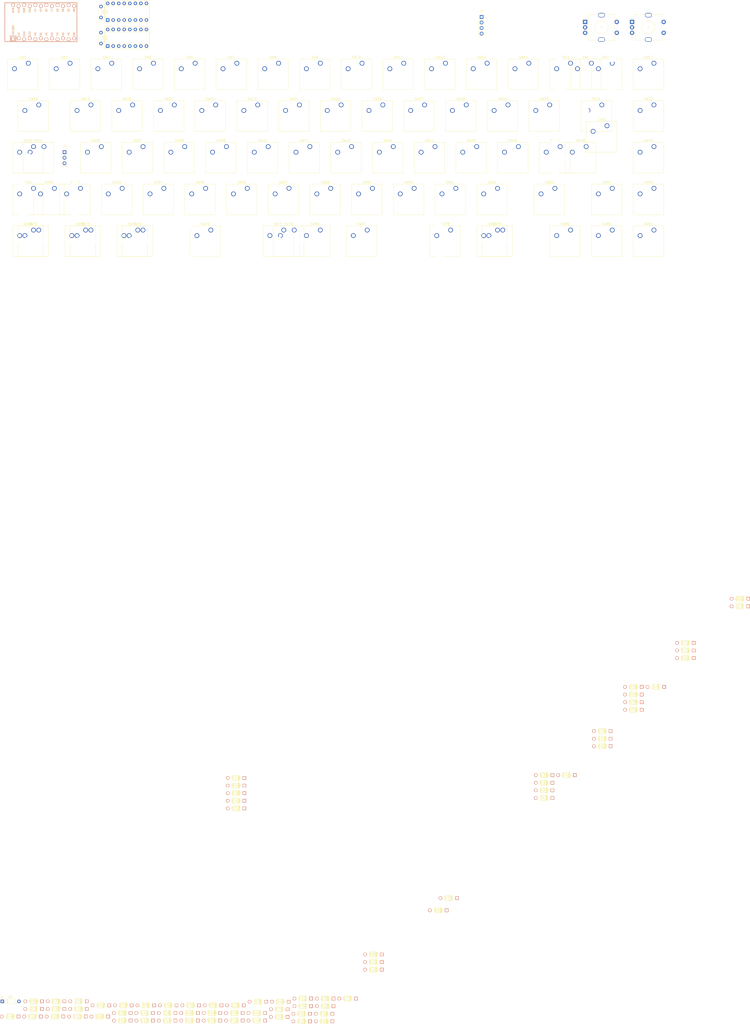
<source format=kicad_pcb>
(kicad_pcb (version 20211014) (generator pcbnew)
  (layers (0 "F.Cu" signal) (31 "B.Cu" signal) (34 "B.Paste" user) (35 "F.Paste" user) (36 "B.SilkS" user "B.Silkscreen") (37 "F.SilkS" user "F.Silkscreen") (38 "B.Mask" user) (39 "F.Mask" user) (44 "Edge.Cuts" user))
  (net 0 "")
  (net 1 "VCC")
  (net 2 "GND")
  (net 3 "row0")
  (net 4 "Net-(D1-Pad2)")
  (net 5 "Net-(D2-Pad2)")
  (net 6 "Net-(D3-Pad2)")
  (net 7 "Net-(D4-Pad2)")
  (net 8 "Net-(D5-Pad2)")
  (net 9 "Net-(D6-Pad2)")
  (net 10 "Net-(D7-Pad2)")
  (net 11 "Net-(D8-Pad2)")
  (net 12 "Net-(D9-Pad2)")
  (net 13 "Net-(D10-Pad2)")
  (net 14 "Net-(D11-Pad2)")
  (net 15 "Net-(D12-Pad2)")
  (net 16 "Net-(D13-Pad1)")
  (net 17 "Net-(D13-Pad2)")
  (net 18 "Net-(D14-Pad2)")
  (net 19 "Net-(D15-Pad2)")
  (net 20 "Net-(D16-Pad2)")
  (net 21 "row1")
  (net 22 "Net-(D17-Pad2)")
  (net 23 "Net-(D18-Pad2)")
  (net 24 "Net-(D19-Pad2)")
  (net 25 "Net-(D20-Pad2)")
  (net 26 "Net-(D21-Pad2)")
  (net 27 "Net-(D22-Pad2)")
  (net 28 "Net-(D23-Pad2)")
  (net 29 "Net-(D24-Pad2)")
  (net 30 "Net-(D25-Pad2)")
  (net 31 "Net-(D26-Pad2)")
  (net 32 "Net-(D27-Pad2)")
  (net 33 "Net-(D28-Pad2)")
  (net 34 "Net-(D29-Pad2)")
  (net 35 "Net-(D30-Pad2)")
  (net 36 "Net-(D31-Pad2)")
  (net 37 "RotA")
  (net 38 "row2")
  (net 39 "Net-(D33-Pad2)")
  (net 40 "Net-(D34-Pad2)")
  (net 41 "Net-(D35-Pad2)")
  (net 42 "Net-(D36-Pad2)")
  (net 43 "Net-(D37-Pad2)")
  (net 44 "Net-(D38-Pad2)")
  (net 45 "Net-(D39-Pad2)")
  (net 46 "Net-(D40-Pad2)")
  (net 47 "Net-(D41-Pad2)")
  (net 48 "Net-(D42-Pad2)")
  (net 49 "Net-(D43-Pad2)")
  (net 50 "Net-(D44-Pad2)")
  (net 51 "Net-(D45-Pad2)")
  (net 52 "Net-(D46-Pad2)")
  (net 53 "Net-(D47-Pad2)")
  (net 54 "RotC")
  (net 55 "row3")
  (net 56 "Net-(D49-Pad2)")
  (net 57 "Net-(D50-Pad2)")
  (net 58 "Net-(D51-Pad2)")
  (net 59 "Net-(D52-Pad2)")
  (net 60 "Net-(D53-Pad2)")
  (net 61 "Net-(D54-Pad2)")
  (net 62 "Net-(D55-Pad2)")
  (net 63 "Net-(D56-Pad2)")
  (net 64 "Net-(D57-Pad2)")
  (net 65 "Net-(D58-Pad2)")
  (net 66 "Net-(D59-Pad2)")
  (net 67 "Net-(D60-Pad2)")
  (net 68 "Net-(D61-Pad2)")
  (net 69 "Net-(D62-Pad2)")
  (net 70 "Net-(D63-Pad2)")
  (net 71 "row4")
  (net 72 "Net-(D64-Pad2)")
  (net 73 "Net-(D65-Pad2)")
  (net 74 "Net-(D66-Pad2)")
  (net 75 "Net-(D67-Pad2)")
  (net 76 "Net-(D68-Pad2)")
  (net 77 "Net-(D69-Pad2)")
  (net 78 "Net-(D70-Pad2)")
  (net 79 "Net-(D71-Pad2)")
  (net 80 "Net-(D72-Pad2)")
  (net 81 "Net-(D73-Pad2)")
  (net 82 "Net-(D74-Pad2)")
  (net 83 "SCL")
  (net 84 "SDA")
  (net 85 "LED")
  (net 86 "col14")
  (net 87 "col0")
  (net 88 "col1")
  (net 89 "col2")
  (net 90 "col3")
  (net 91 "col4")
  (net 92 "col5")
  (net 93 "col6")
  (net 94 "col7")
  (net 95 "col8")
  (net 96 "col9")
  (net 97 "col10")
  (net 98 "col11")
  (net 99 "col12")
  (net 100 "col13")
  (net 101 "RotB")
  (net 102 "encA")
  (net 103 "encB")
  (net 104 "encC")
  (net 105 "encD")
  (net 108 "mux3")
  (net 109 "mux2")
  (net 110 "mux1")
  (net 111 "mux0")
  (footprint "Button_Switch_Keyboard:SW_Cherry_MX_1.00u_PCB" (layer "F.Cu") (at 274.715 66.545)
    (fp_text reference "SW13")
    (fp_text value "KEYSW")
  )
  (footprint "Button_Switch_Keyboard:SW_Cherry_MX_1.00u_PCB" (layer "F.Cu") (at 332.015 142.945)
    (fp_text reference "SW82")
    (fp_text value "KEYSW")
  )
  (footprint "Capacitor_THT:C_Disc_D4.7mm_W2.5mm_P5.00mm" (layer "F.Cu") (at 97.8875 52.525 -90)
    (fp_text reference "C2")
    (fp_text value "0.1uF")
  )
  (footprint "Button_Switch_Keyboard:SW_Cherry_MX_1.00u_PCB" (layer "F.Cu") (at 150.4125 85.645)
    (fp_text reference "SW22")
    (fp_text value "KEYSW")
  )
  (footprint "Button_Switch_Keyboard:SW_Cherry_MX_2.00u_PCB" (layer "F.Cu") (at 322.465 66.545)
    (fp_text reference "SW1")
    (fp_text value "KEYSW")
  )
  (footprint "Button_Switch_Keyboard:SW_Cherry_MX_1.00u_PCB" (layer "F.Cu") (at 193.54 104.745)
    (fp_text reference "SW41")
    (fp_text value "KEYSW")
  )
  (footprint "Button_Switch_Keyboard:SW_Cherry_MX_1.00u_PCB" (layer "F.Cu") (at 112.365 85.645)
    (fp_text reference "SW20")
    (fp_text value "KEYSW")
  )
  (footprint "Button_Switch_Keyboard:SW_Cherry_MX_1.75u_PCB" (layer "F.Cu") (at 305.7525 123.845)
    (fp_text reference "SW63")
    (fp_text value "KEYSW")
  )
  (footprint "Keebio-Parts:Diode" (layer "F.Cu") (at 87.0855 503.0846)
    (fp_text reference "D13")
    (fp_text value "D_Small" hide)
  )
  (footprint "Button_Switch_Keyboard:SW_Cherry_MX_1.00u_PCB" (layer "F.Cu") (at 312.915 66.545)
    (fp_text reference "SW15")
    (fp_text value "KEYSW")
  )
  (footprint "Package_DIP:DIP-16_W7.62mm_Socket" (layer "F.Cu") (at 100.925 58.7125 90)
    (fp_text reference "U3")
    (fp_text value "74HC138")
  )
  (footprint "Button_Switch_Keyboard:SW_Cherry_MX_1.00u_PCB" (layer "F.Cu") (at 351.115 104.745)
    (fp_text reference "SW49")
    (fp_text value "KEYSW")
  )
  (footprint "Connector_PinSocket_2.54mm:PinSocket_1x04_P2.54mm_Vertical" (layer "F.Cu") (at 272.175 45.3625)
    (fp_text reference "J1")
    (fp_text value "Conn_01x04")
  )
  (footprint "Keebio-Parts:Diode" (layer "F.Cu") (at 107.6255 501.4546)
    (fp_text reference "D32")
    (fp_text value "D_Small" hide)
  )
  (footprint "Keebio-Parts:Diode" (layer "F.Cu") (at 222.6355 481.6046)
    (fp_text reference "D26")
    (fp_text value "D_Small" hide)
  )
  (footprint "Keebio-Parts:Diode" (layer "F.Cu") (at 200.5555 498.3246)
    (fp_text reference "D25")
    (fp_text value "D_Small" hide)
  )
  (footprint "Button_Switch_Keyboard:SW_Cherry_MX_1.00u_PCB" (layer "F.Cu") (at 107.59 123.845)
    (fp_text reference "SW53")
    (fp_text value "KEYSW")
  )
  (footprint "Keebio-Parts:Diode" (layer "F.Cu") (at 300.8155 392.5646)
    (fp_text reference "D38")
    (fp_text value "D_Small" hide)
  )
  (footprint "Keebio-Parts:Diode" (layer "F.Cu") (at 159.7255 404.2846)
    (fp_text reference "D43")
    (fp_text value "D_Small" hide)
  )
  (footprint "Button_Switch_Keyboard:SW_Cherry_MX_1.00u_PCB" (layer "F.Cu") (at 289.04 104.745)
    (fp_text reference "SW46")
    (fp_text value "KEYSW")
  )
  (footprint "Package_DIP:DIP-16_W7.62mm_Socket" (layer "F.Cu") (at 100.925 46.775 90)
    (fp_text reference "U2")
    (fp_text value "74HC138")
  )
  (footprint "Keebio-Parts:Diode" (layer "F.Cu") (at 341.6955 359.1246)
    (fp_text reference "D33")
    (fp_text value "D_Small" hide)
  )
  (footprint "Keebio-Parts:Diode" (layer "F.Cu") (at 327.4355 375.8446)
    (fp_text reference "D16")
    (fp_text value "D_Small" hide)
  )
  (footprint "Button_Switch_Keyboard:SW_Cherry_MX_1.00u_PCB" (layer "F.Cu") (at 164.89 123.845)
    (fp_text reference "SW56")
    (fp_text value "KEYSW")
  )
  (footprint "Button_Switch_Keyboard:SW_Cherry_MX_1.00u_PCB" (layer "F.Cu") (at 169.665 85.645)
    (fp_text reference "SW23")
    (fp_text value "KEYSW")
  )
  (footprint "Button_Switch_Keyboard:SW_Cherry_MX_1.00u_PCB" (layer "F.Cu") (at 64.615 66.545)
    (fp_text reference "SW2")
    (fp_text value "KEYSW")
  )
  (footprint "Button_Switch_Keyboard:SW_Cherry_MX_1.00u_PCB" (layer "F.Cu") (at 121.915 66.545)
    (fp_text reference "SW5")
    (fp_text value "KEYSW")
  )
  (footprint "Button_Switch_Keyboard:SW_Cherry_MX_1.25u_PCB" (layer "F.Cu") (at 67.0025 123.845)
    (fp_text reference "SW51")
    (fp_text value "KEYSW")
  )
  (footprint "Keebio-Parts:Diode" (layer "F.Cu") (at 128.6655 497.9746)
    (fp_text reference "D50")
    (fp_text value "D_Small" hide)
  )
  (footprint "Button_Switch_Keyboard:SW_Cherry_MX_1.50u_PCB" (layer "F.Cu") (at 279.49 142.945)
    (fp_text reference "SW67")
    (fp_text value "KEYSW")
  )
  (footprint "Keebio-Parts:Diode" (layer "F.Cu") (at 257.1155 448.8546)
    (fp_text reference "D71")
    (fp_text value "D_Small" hide)
  )
  (footprint "Keebio-Parts:Diode" (layer "F.Cu") (at 341.6955 352.1646)
    (fp_text reference "D39")
    (fp_text value "D_Small" hide)
  )
  (footprint "Button_Switch_Keyboard:SW_Cherry_MX_1.00u_PCB" (layer "F.Cu") (at 303.365 85.645)
    (fp_text reference "SW30")
    (fp_text value "KEYSW")
  )
  (footprint "Button_Switch_Keyboard:SW_Cherry_MX_1.00u_PCB" (layer "F.Cu") (at 136.24 104.745)
    (fp_text reference "SW38")
    (fp_text value "KEYSW")
  )
  (footprint "Keebio-Parts:Diode" (layer "F.Cu") (at 159.7255 407.7646)
    (fp_text reference "D17")
    (fp_text value "D_Small" hide)
  )
  (footprint "Button_Switch_Keyboard:SW_Cherry_MX_1.50u_PCB" (layer "F.Cu") (at 117.14 142.945)
    (fp_text reference "SW70")
    (fp_text value "KEYSW")
  )
  (footprint "Keebio-Parts:Diode" (layer "F.Cu") (at 138.9355 497.9746)
    (fp_text reference "D35")
    (fp_text value "D_Small" hide)
  )
  (footprint "Button_Switch_Keyboard:SW_Cherry_MX_1.00u_PCB" (layer "F.Cu") (at 155.34 104.745)
    (fp_text reference "SW39")
    (fp_text value "KEYSW")
  )
  (footprint "Button_Switch_Keyboard:SW_Cherry_MX_2.25u_PCB" (layer "F.Cu") (at 148.1775 142.945)
    (fp_text reference "SW75")
    (fp_text value "KEYSW")
  )
  (footprint "Button_Switch_Keyboard:SW_Cherry_MX_1.00u_PCB" (layer "F.Cu") (at 160.115 66.545)
    (fp_text reference "SW7")
    (fp_text value "KEYSW")
  )
  (footprint "Keebio-Parts:Diode" (layer "F.Cu") (at 351.9655 352.1646)
    (fp_text reference "D4")
    (fp_text value "D_Small" hide)
  )
  (footprint "Button_Switch_Keyboard:SW_Cherry_MX_1.25u_PCB" (layer "F.Cu") (at 114.75875 142.945)
    (fp_text reference "SW74")
    (fp_text value "KEYSW")
  )
  (footprint "Button_Switch_Keyboard:SW_Cherry_MX_1.00u_PCB" (layer "F.Cu") (at 236.515 66.545)
    (fp_text reference "SW11")
    (fp_text value "KEYSW")
  )
  (footprint "Keebio-Parts:Diode" (layer "F.Cu") (at 138.4355 504.9346)
    (fp_text reference "D56")
    (fp_text value "D_Small" hide)
  )
  (footprint "Button_Switch_Keyboard:SW_Cherry_MX_1.00u_PCB" (layer "F.Cu") (at 88.49 123.845)
    (fp_text reference "SW52")
    (fp_text value "KEYSW")
  )
  (footprint "Button_Switch_Keyboard:SW_Cherry_MX_1.00u_PCB" (layer "F.Cu") (at 83.715 66.545)
    (fp_text reference "SW3")
    (fp_text value "KEYSW")
  )
  (footprint "Keebio-Parts:Diode" (layer "F.Cu") (at 159.7255 397.3246)
    (fp_text reference "D40")
    (fp_text value "D_Small" hide)
  )
  (footprint "Keebio-Parts:Diode" (layer "F.Cu") (at 390.4655 315.2446)
    (fp_text reference "D7")
    (fp_text value "D_Small" hide)
  )
  (footprint "Button_Switch_Keyboard:SW_Cherry_MX_1.00u_PCB" (layer "F.Cu") (at 188.765 85.645)
    (fp_text reference "SW24")
    (fp_text value "KEYSW")
  )
  (footprint "Keebio-Parts:Diode" (layer "F.Cu") (at 138.4355 501.4546)
    (fp_text reference "D66")
    (fp_text value "D_Small" hide)
  )
  (footprint "Keebio-Parts:Diode" (layer "F.Cu") (at 128.1655 501.4546)
    (fp_text reference "D8")
    (fp_text value "D_Small" hide)
  )
  (footprint "Button_Switch_Keyboard:SW_Cherry_MX_1.00u_PCB" (layer "F.Cu") (at 179.215 66.545)
    (fp_text reference "SW8")
    (fp_text value "KEYSW")
  )
  (footprint "Keebio-Parts:Diode" (layer "F.Cu") (at 77.3155 496.1246)
    (fp_text reference "D73")
    (fp_text value "D_Small" hide)
  )
  (footprint "Keebio-Parts:Diode" (layer "F.Cu") (at 327.4355 379.3246)
    (fp_text reference "D63")
    (fp_text value "D_Small" hide)
  )
  (footprint "Keebio-Parts:Diode" (layer "F.Cu") (at 300.8155 399.5246)
    (fp_text reference "D22")
    (fp_text value "D_Small" hide)
  )
  (footprint "Button_Switch_Keyboard:SW_Cherry_MX_1.00u_PCB" (layer "F.Cu") (at 351.115 123.845)
    (fp_text reference "SW65")
    (fp_text value "KEYSW")
  )
  (footprint "Button_Switch_Keyboard:SW_Cherry_MX_1.00u_PCB" (layer "F.Cu") (at 174.44 104.745)
    (fp_text reference "SW40")
    (fp_text value "KEYSW")
  )
  (footprint "Keebio-Parts:Diode" (layer "F.Cu") (at 76.8155 503.0846)
    (fp_text reference "D28")
    (fp_text value "D_Small" hide)
  )
  (footprint "Keebio-Parts:Diode" (layer "F.Cu") (at 390.4655 311.7646)
    (fp_text reference "D65")
    (fp_text value "D_Small" hide)
  )
  (footprint "Button_Switch_Keyboard:SW_Cherry_MX_6.25u_PCB" (layer "F.Cu") (at 183.8375 148.025)
    (fp_text reference "SW76")
    (fp_text value "KEYSW")
  )
  (footprint "Button_Switch_Keyboard:SW_Cherry_MX_1.00u_PCB" (layer "F.Cu") (at 260.39 123.845)
    (fp_text reference "SW61")
    (fp_text value "KEYSW")
  )
  (footprint "Button_Switch_Keyboard:SW_Cherry_MX_1.00u_PCB" (layer "F.Cu") (at 293.815 66.545)
    (fp_text reference "SW14")
    (fp_text value "KEYSW")
  )
  (footprint "Keebio-Parts:Diode" (layer "F.Cu") (at 200.5555 494.8446)
    (fp_text reference "D34")
    (fp_text value "D_Small" hide)
  )
  (footprint "Button_Switch_Keyboard:SW_Cherry_MX_1.00u_PCB" (layer "F.Cu") (at 183.99 123.845)
    (fp_text reference "SW57")
    (fp_text value "KEYSW")
  )
  (footprint "Keebio-Parts:Diode" (layer "F.Cu") (at 77.3155 499.6046)
    (fp_text reference "D37")
    (fp_text value "D_Small" hide)
  )
  (footprint "Keebio-Parts:Diode" (layer "F.Cu") (at 159.7255 400.8046)
    (fp_text reference "D30")
    (fp_text value "D_Small" hide)
  )
  (footprint "Keebio-Parts:Diode" (layer "F.Cu") (at 169.7455 496.2946)
    (fp_text reference "D9")
    (fp_text value "D_Small" hide)
  )
  (footprint "Keebio-Parts:Diode" (layer "F.Cu") (at 107.6255 504.9346)
    (fp_text reference "D19")
    (fp_text value "D_Small" hide)
  )
  (footprint "Keebio-Parts:Diode" (layer "F.Cu") (at 159.4755 497.9746)
    (fp_text reference "D24")
    (fp_text value "D_Small" hide)
  )
  (footprint "Button_Switch_Keyboard:SW_Cherry_MX_1.00u_PCB" (layer "F.Cu") (at 332.015 123.845)
    (fp_text reference "SW64")
    (fp_text value "KEYSW")
  )
  (footprint "Button_Switch_Keyboard:SW_Cherry_MX_1.00u_PCB" (layer "F.Cu") (at 312.915 142.945)
    (fp_text reference "SW80")
    (fp_text value "KEYSW")
  )
  (footprint "Button_Switch_Keyboard:SW_Cherry_MX_1.25u_PCB" (layer "F.Cu") (at 258.0025 142.945)
    (fp_text reference "SW78")
    (fp_text value "KEYSW")
  )
  (footprint "Keebio-Parts:Diode" (layer "F.Cu") (at 149.2055 497.9746)
    (fp_text reference "D51")
    (fp_text value "D_Small" hide)
  )
  (footprint "Button_Switch_Keyboard:SW_Cherry_MX_1.00u_PCB" (layer "F.Cu") (at 141.015 66.545)
    (fp_text reference "SW6")
    (fp_text value "KEYSW")
  )
  (footprint "Button_Switch_Keyboard:SW_Cherry_MX_1.00u_PCB" (layer "F.Cu") (at 250.84 104.745)
    (fp_text reference "SW44")
    (fp_text value "KEYSW")
  )
  (footprint "Keebio-Parts:Diode" (layer "F.Cu") (at 97.8555 497.9746)
    (fp_text reference "D42")
    (fp_text value "D_Small" hide)
  )
  (footprint "Keebio-Parts:Diode" (layer "F.Cu") (at 169.2455 501.4546)
    (fp_text reference "D45")
    (fp_text value "D_Small" hide)
  )
  (footprint "Keebio-Parts:Diode" (layer "F.Cu") (at 189.7855 505.2846)
    (fp_text reference "D23")
    (fp_text value "D_Small" hide)
  )
  (footprint "Button_Switch_Keyboard:SW_Cherry_MX_1.25u_PCB" (layer "F.Cu") (at 90.8775 142.945)
    (fp_text reference "SW69")
    (fp_text value "KEYSW")
  )
  (footprint "Keebio-Parts:Diode" (layer "F.Cu") (at 341.6955 362.6046)
    (fp_text reference "D58")
    (fp_text value "D_Small" hide)
  )
  (footprint "Button_Switch_Keyboard:SW_Cherry_MX_1.00u_PCB" (layer "F.Cu") (at 241.29 123.845)
    (fp_text reference "SW60")
    (fp_text value "KEYSW")
  )
  (footprint "Keebio-Parts:Diode" (layer "F.Cu") (at 222.6355 474.6446)
    (fp_text reference "D67")
    (fp_text value "D_Small" hide)
  )
  (footprint "Keebio-Parts:Diode" (layer "F.Cu") (at 169.2455 504.9346)
    (fp_text reference "D47")
    (fp_text value "D_Small" hide)
  )
  (footprint "Button_Switch_Keyboard:SW_Cherry_MX_1.00u_PCB" (layer "F.Cu") (at 308.14 104.745)
    (fp_text reference "SW47")
    (fp_text value "KEYSW")
  )
  (footprint "Button_Switch_Keyboard:SW_Cherry_MX_1.00u_PCB" (layer "F.Cu") (at 332.015 66.545)
    (fp_text reference "SW16")
    (fp_text value "KEYSW")
  )
  (footprint "Button_Switch_Keyboard:SW_Cherry_MX_1.00u_PCB" (layer "F.Cu") (at 351.115 66.545)
    (fp_text reference "SW17")
    (fp_text value "KEYSW")
  )
  (footprint "Keebio-Parts:Diode" (layer "F.Cu") (at 87.5855 496.1246)
    (fp_text reference "D5")
    (fp_text value "D_Small" hide)
  )
  (footprint "Keebio-Parts:Diode" (layer "F.Cu") (at 117.8955 504.9346)
    (fp_text reference "D10")
    (fp_text value "D_Small" hide)
  )
  (footprint "Button_Switch_Keyboard:SW_Cherry_MX_1.00u_PCB" (layer "F.Cu") (at 145.79 123.845)
    (fp_text reference "SW55")
    (fp_text value "KEYSW")
  )
  (footprint "Button_Switch_Keyboard:SW_Cherry_MX_1.50u_PCB" (layer "F.Cu") (at 327.24 85.645)
    (fp_text reference "SW31")
    (fp_text value "KEYSW")
  )
  (footprint "Button_Switch_Keyboard:SW_Cherry_MX_ISOEnter_PCB" (layer "F.Cu") (at 329.62125 95.195)
    (fp_text reference "SW33")
    (fp_text value "KEYSW")
  )
  (footprint "Keebio-Parts:Diode" (layer "F.Cu") (at 179.5155 503.2546)
    (fp_text reference "D36")
    (fp_text value "D_Small" hide)
  )
  (footprint "Keebio-Parts:Diode" (layer "F.Cu") (at 365.5055 338.9246)
    (fp_text reference "D61")
    (fp_text value "D_Small" hide)
  )
  (footprint "Button_Switch_Keyboard:SW_Cherry_MX_2.25u_PCB" (layer "F.Cu") (at 320.0775 104.745)
    (fp_text reference "SW48")
    (fp_text value "KEYSW")
  )
  (footprint "Button_Switch_Keyboard:SW_Cherry_MX_1.00u_PCB" (layer "F.Cu") (at 255.615 66.545)
    (fp_text reference "SW12")
    (fp_text value "KEYSW")
  )
  (footprint "Keebio-Parts:ArduinoProMicro-ZigZag" (layer "F.Cu") (at 71.625 47.75)
    (fp_text reference "U1" hide)
    (fp_text value "ProMicro" hide)
  )
  (footprint "Button_Switch_Keyboard:SW_Cherry_MX_1.00u_PCB" (layer "F.Cu") (at 102.815 66.545)
    (fp_text reference "SW4")
    (fp_text value "KEYSW")
  )
  (footprint "Keebio-Parts:Diode" (layer "F.Cu") (at 66.5455 503.0846)
    (fp_text reference "D27")
    (fp_text value "D_Small" hide)
  )
  (footprint "Button_Switch_Keyboard:SW_Cherry_MX_1.00u_PCB" (layer "F.Cu") (at 98.04 104.745)
    (fp_text reference "SW36")
    (fp_text value "KEYSW")
  )
  (footprint "Keebio-Parts:Diode" (layer "F.Cu") (at 365.5055 335.4446)
    (fp_text reference "D14")
    (fp_text value "D_Small" hide)
  )
  (footprint "Button_Switch_Keyboard:SW_Cherry_MX_1.00u_PCB" (layer "F.Cu") (at 222.19 123.845)
    (fp_text reference "SW59")
    (fp_text value "KEYSW")
  )
  (footprint "Button_Switch_Keyboard:SW_Cherry_MX_1.00u_PCB" (layer "F.Cu") (at 198.315 66.545)
    (fp_text reference "SW9")
    (fp_text value "KEYSW")
  )
  (footprint "Keebio-Parts:Diode" (layer "F.Cu") (at 210.8255 494.8446)
    (fp_text reference "D72")
    (fp_text value "D_Small" hide)
  )
  (footprint "Keebio-Parts:RotaryEncoder_EC11" (layer "F.Cu") (at 327.0875 50.1375)
    (fp_text reference "SW83")
    (fp_text value "RotaryEncoder_Switch")
  )
  (footprint "Keebio-Parts:RotaryEncoder_EC11" (layer "F.Cu") (at 348.575 50.1375)
    (fp_text reference "SW84")
    (fp_text value "RotaryEncoder_Switch")
  )
  (footprint "Keebio-Parts:Diode" (layer "F.Cu") (at 67.0455 496.1246)
    (fp_text reference "D59")
    (fp_text value "D_Small" hide)
  )
  (footprint "Keebio-Parts:Diode" (layer "F.Cu") (at 189.7855 501.8046)
    (fp_text reference "D64")
    (fp_text value "D_Small" hide)
  )
  (footprint "Button_Switch_Keyboard:SW_Cherry_MX_1.00u_PCB" (layer "F.Cu") (at 126.69 123.845)
    (fp_text reference "SW54")
    (fp_text value "KEYSW")
  )
  (footprint "Button_Switch_Keyboard:SW_Cherry_MX_1.00u_PCB" (layer "F.Cu") (at 217.415 66.545)
    (fp_text reference "SW10")
    (fp_text value "KEYSW")
  )
  (footprint "Keebio-Parts:Diode" (layer "F.Cu") (at 341.6955 355.6446)
    (fp_text reference "D69")
    (fp_text value "D_Small" hide)
  )
  (footprint "Keebio-Parts:Diode" (layer "F.Cu") (at 200.0555 501.8046)
    (fp_text reference "D54")
    (fp_text value "D_Small" hide)
  )
  (footprint "Button_Switch_Keyboard:SW_Cherry_MX_1.00u_PCB" (layer "F.Cu") (at 284.265 85.645)
    (fp_text reference "SW29")
    (fp_text value "KEYSW")
  )
  (footprint "Button_Switch_Keyboard:SW_Cherry_MX_1.00u_PCB" (layer "F.Cu") (at 265.165 85.645)
    (fp_text reference "SW28")
    (fp_text value "KEYSW")
  )
  (footprint "Button_Switch_Keyboard:SW_Cherry_MX_1.00u_PCB" (layer "F.Cu") (at 67.0025 104.745)
    (fp_text reference "SW35")
    (fp_text value "KEYSW")
  )
  (footprint "Keebio-Parts:Diode" (layer "F.Cu") (at 128.1655 504.9346)
    (fp_text reference "D18")
    (fp_text value "D_Small" hide)
  )
  (footprint "Button_Switch_Keyboard:SW_Cherry_MX_7u_PCB" (layer "F.Cu") (at 195.775 148.025)
    (fp_text reference "SW66")
    (fp_text value "KEYSW")
  )
  (footprint "Button_Switch_Keyboard:SW_Cherry_MX_1.00u_PCB" (layer "F.Cu") (at 212.64 104.745)
    (fp_text reference "SW42")
    (fp_text value "KEYSW")
  )
  (footprint "Button_Switch_Keyboard:SW_Cherry_MX_1.00u_PCB" (layer "F.Cu") (at 231.74 104.745)
    (fp_text reference "SW43")
    (fp_text value "KEYSW")
  )
  (footprint "Button_Switch_Keyboard:SW_Cherry_MX_1.00u_PCB" (layer "F.Cu") (at 207.865 85.645)
    (fp_text reference "SW25")
    (fp_text value "KEYSW")
  )
  (footprint "Button_Switch_Keyboard:SW_Cherry_MX_1.00u_PCB" (layer "F.Cu") (at 351.115 85.645)
    (fp_text reference "SW32")
    (fp_text value "KEYSW")
  )
  (footprint "Button_Switch_Keyboard:SW_Cherry_MX_1.25u_PCB" (layer "F.Cu") (at 281.8775 142.945)
    (fp_text reference "SW79")
    (fp_text value "KEYSW")
  )
  (footprint "Button_Switch_Keyboard:SW_Cherry_MX_1.50u_PCB" (layer "F.Cu") (at 69.39 142.945)
    (fp_text reference "SW72")
    (fp_text value "KEYSW")
  )
  (footprint "Button_Switch_Keyboard:SW_Cherry_MX_2.25u_PCB" (layer "F.Cu") (at 76.5525 123.845)
    (fp_text reference "SW50")
    (fp_text value "KEYSW")
  )
  (footprint "Keebio-Parts:Diode" (layer "F.Cu") (at 158.9755 504.9346)
    (fp_text reference "D55")
    (fp_text value "D_Small" hide)
  )
  (footprint "Button_Switch_Keyboard:SW_Cherry_MX_1.00u_PCB" (layer "F.Cu") (at 279.49 123.845)
    (fp_text reference "SW62")
    (fp_text value "KEYSW")
  )
  (footprint "Button_Switch_Keyboard:SW_Cherry_MX_1.00u_PCB" (layer "F.Cu") (at 226.965 85.645)
    (fp_text reference "SW26")
    (fp_text value "KEYSW")
  )
  (footprint "Keebio-Parts:Diode" (layer "F.Cu") (at 300.8155 396.0446)
    (fp_text reference "D31")
    (fp_text value "D_Small" hide)
  )
  (footprint "Diode_THT:D_DO-35_SOD27_P7.62mm_Horizontal" (layer "F.Cu") (at 52.715 496.155)
    (fp_text reference "D1")
    (fp_text value "D_Small")
  )
  (footprint "Button_Switch_Keyboard:SW_Cherry_MX_1.00u_PCB" (layer "F.Cu") (at 131.465 85.645)
    (fp_text reference "SW21")
    (fp_text value "KEYSW")
  )
  (footprint "Keebio-Parts:Diode" (layer "F.Cu") (at 252.3555 454.4446)
    (fp_text reference "D62")
    (fp_text value "D_Small" hide)
  )
  (footprint "Keebio-Parts:Diode" (layer "F.Cu") (at 159.7255 393.8446)
    (fp_text reference "D15")
    (fp_text value "D_Small" hide)
  )
  (footprint "Keebio-Parts:Diode" (layer "F.Cu") (at 200.0555 505.2846)
    (fp_text reference "D68")
    (fp_text value "D_Small" hide)
  )
  (footprint "Connector_PinSocket_2.54mm:PinSocket_1x03_P2.54mm_Vertical" (layer "F.Cu") (at 81.175 107.285)
    (fp_text reference "J2")
    (fp_text value "Conn_01x03")
  )
  (footprint "Keebio-Parts:Diode" (layer "F.Cu") (at 222.6355 478.1246)
    (fp_text reference "D21")
    (fp_text value "D_Small" hide)
  )
  (footprint "Keebio-Parts:Diode" (layer "F.Cu") (at 148.7055 501.4546)
    (fp_text reference "D48")
    (fp_text value "D_Small" hide)
  )
  (footprint "Button_Switch_Keyboard:SW_Cherry_MX_1.00u_PCB" (layer "F.Cu") (at 351.115 142.945)
    (fp_text reference "SW81")
    (fp_text value "KEYSW")
  )
  (footprint "Button_Switch_Keyboard:SW_Cherry_MX_1.00u_PCB" (layer "F.Cu") (at 269.94 104.745)
    (fp_text reference "SW45")
    (fp_text value "KEYSW")
  )
  (footprint "Keebio-Parts:Diode" (layer "F.Cu") (at 180.0155 496.2946)
    (fp_text reference "D44")
    (fp_text value "D_Small" hide)
  )
  (footprint "Keebio-Parts:Diode" (layer "F.Cu") (at 311.0855 392.5646)
    (fp_text reference "D46")
    (fp_text value "D_Small" hide)
  )
  (footprint "Button_Switch_Keyboard:SW_Cherry_MX_1.00u_PCB" (layer "F.Cu") (at 93.265 142.945)
    (fp_text reference "SW73")
    (fp_text value "KEYSW")
  )
  (footprint "Keebio-Parts:Diode" (layer "F.Cu") (at 300.8155 403.0046)
    (fp_text reference "D2")
    (fp_text value "D_Small" hide)
  )
  (footprint "Capacitor_THT:C_Disc_D4.7mm_W2.5mm_P5.00mm" (layer "F.Cu") (at 97.8875 40.5875 -90)
    (fp_text reference "C1")
    (fp_text value "0.1uF")
  )
  (footprint "Button_Switch_Keyboard:SW_Cherry_MX_1.00u_PCB" (layer "F.Cu") (at 246.065 85.645)
    (fp_text reference "SW27")
    (fp_text value "KEYSW")
  )
  (footprint "Button_Switch_Keyboard:SW_Cherry_MX_1.25u_PCB" (layer "F.Cu") (at 181.6025 142.945)
    (fp_text reference "SW71")
    (fp_text value "KEYSW")
  )
  (footprint "Button_Switch_Keyboard:SW_Cherry_MX_1.00u_PCB" (layer "F.Cu") (at 203.09 123.845)
    (fp_text reference "SW58")
    (fp_text value "KEYSW")
  )
  (footprint "Keebio-Parts:Diode" (layer "F.Cu") (at 179.5155 499.7746)
    (fp_text reference "D70")
    (fp_text value "D_Small" hide)
  )
  (footprint "Keebio-Parts:Diode" (layer "F.Cu") (at 108.1255 497.9746)
    (fp_text reference "D29")
    (fp_text value "D_Small" hide)
  )
  (footprint "Button_Switch_Keyboard:SW_Cherry_MX_1.50u_Plate" (layer "F.Cu") (at 69.39 85.645)
    (fp_text reference "SW18")
    (fp_text value "KEYSW")
  )
  (footprint "Button_Switch_Keyboard:SW_Cherry_MX_1.25u_PCB" (layer "F.Cu") (at 67.0025 142.945)
    (fp_text reference "SW68")
    (fp_text value "KEYSW")
  )
  (footprint "Keebio-Parts:Diode" (layer "F.Cu") (at 148.7055 504.9346)
    (fp_text reference "D53")
    (fp_text value "D_Small" hide)
  )
  (footprint "Keebio-Parts:Diode" (layer "F.Cu") (at 327.4355 372.3646)
    (fp_text reference "D74")
    (fp_text value "D_Small" hide)
  )
  (footprint "Keebio-Parts:Diode" (layer "F.Cu") (at 190.2855 498.3246)
    (fp_text reference "D57")
    (fp_text value "D_Small" hide)
  )
  (footprint "Keebio-Parts:Diode" (layer "F.Cu") (at 87.5855 499.6046)
    (fp_text reference "D20")
    (fp_text value "D_Small" hide)
  )
  (footprint "Keebio-Parts:Diode" (layer "F.Cu") (at 190.2855 494.8446)
    (fp_text reference "D11")
    (fp_text value "D_Small" hide)
  )
  (footprint "Keebio-Parts:Diode" (layer "F.Cu") (at 97.3555 503.0846)
    (fp_text reference "D60")
    (fp_text value "D_Small" hide)
  )
  (footprint "Keebio-Parts:Diode" (layer "F.Cu") (at 365.5055 331.9646)
    (fp_text reference "D12")
    (fp_text value "D_Small" hide)
  )
  (footprint "Button_Switch_Keyboard:SW_Cherry_MX_1.75u_PCB" (layer "F.Cu") (at 71.7775 104.745)
    (fp_text reference "SW34")
    (fp_text value "KEYSW")
  )
  (footprint "Keebio-Parts:Diode" (layer "F.Cu") (at 67.0455 499.6046)
    (fp_text reference "D3")
    (fp_text value "D_Small" hide)
  )
  (footprint "Keebio-Parts:Diode" (layer "F.Cu") (at 117.8955 501.4546)
    (fp_text reference "D41")
    (fp_text value "D_Small" hide)
  )
  (footprint "Keebio-Parts:Diode" (layer "F.Cu") (at 118.3955 497.9746)
    (fp_text reference "D6")
    (fp_text value "D_Small" hide)
  )
  (footprint "Button_Switch_Keyboard:SW_Cherry_MX_2.75u_PCB" (layer "F.Cu") (at 217.2625 148.025)
    (fp_text reference "SW77")
    (fp_text value "KEYSW")
  )
  (footprint "Button_Switch_Keyboard:SW_Cherry_MX_1.00u_PCB" (layer "F.Cu") (at 93.265 85.645)
    (fp_text reference "SW19")
    (fp_text value "KEYSW")
  )
  (footprint "Keebio-Parts:Diode" (layer "F.Cu") (at 158.9755 501.4546)
    (fp_text reference "D52")
    (fp_text value "D_Small" hide)
  )
  (footprint "Button_Switch_Keyboard:SW_Cherry_MX_1.00u_PCB" (layer "F.Cu") (at 117.14 104.745)
    (fp_text reference "SW37")
    (fp_text value "KEYSW")
  )
  (footprint "Keebio-Parts:Diode" (layer "F.Cu") (at 56.2755 503.0846)
    (fp_text reference "D49")
    (fp_text value "D_Small" hide)
  )
)
</source>
